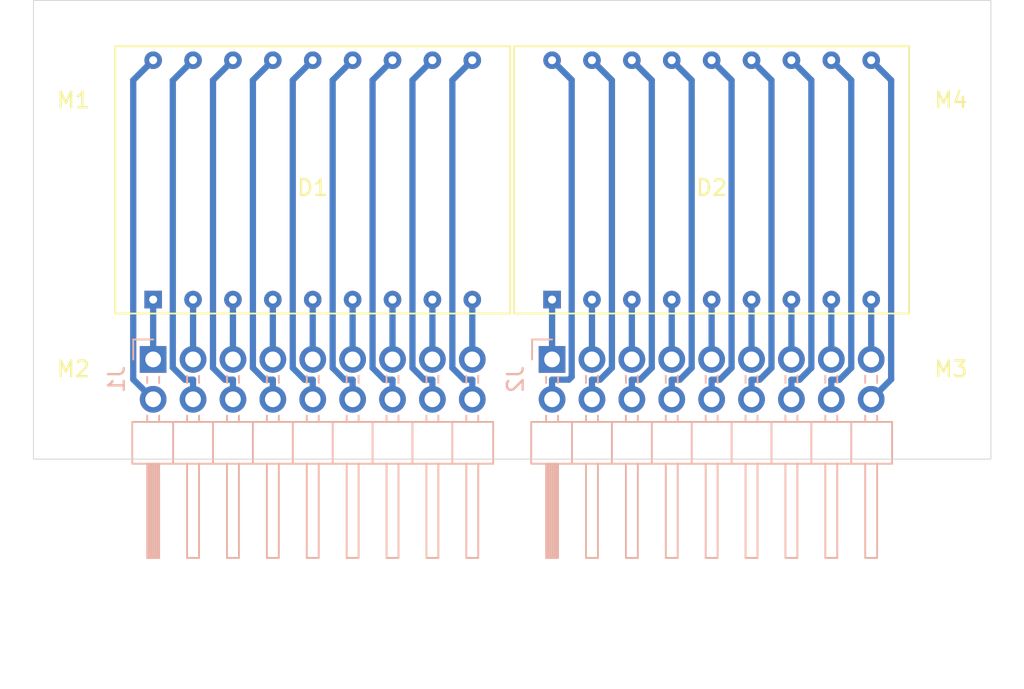
<source format=kicad_pcb>
(kicad_pcb (version 20171130) (host pcbnew 5.1.6-c6e7f7d~86~ubuntu18.04.1)

  (general
    (thickness 1.6)
    (drawings 5)
    (tracks 104)
    (zones 0)
    (modules 8)
    (nets 41)
  )

  (page A4)
  (title_block
    (title "Moduł wyświetlacza LED 4 cyfry PCB")
    (date 2020-05-26)
    (rev 1.0)
    (company "MSc. Paweł Sobótka")
    (comment 1 "CC-BY-SA 4.0")
    (comment 2 "by SQ7EQE")
  )

  (layers
    (0 F.Cu signal)
    (31 B.Cu signal)
    (32 B.Adhes user)
    (33 F.Adhes user)
    (34 B.Paste user)
    (35 F.Paste user)
    (36 B.SilkS user)
    (37 F.SilkS user)
    (38 B.Mask user)
    (39 F.Mask user)
    (40 Dwgs.User user)
    (41 Cmts.User user)
    (42 Eco1.User user)
    (43 Eco2.User user)
    (44 Edge.Cuts user)
    (45 Margin user)
    (46 B.CrtYd user)
    (47 F.CrtYd user)
    (48 B.Fab user)
    (49 F.Fab user)
  )

  (setup
    (last_trace_width 0.4)
    (trace_clearance 0.2)
    (zone_clearance 0.508)
    (zone_45_only no)
    (trace_min 0.2)
    (via_size 0.8)
    (via_drill 0.4)
    (via_min_size 0.4)
    (via_min_drill 0.3)
    (uvia_size 0.3)
    (uvia_drill 0.1)
    (uvias_allowed no)
    (uvia_min_size 0.2)
    (uvia_min_drill 0.1)
    (edge_width 0.05)
    (segment_width 0.2)
    (pcb_text_width 0.3)
    (pcb_text_size 1.5 1.5)
    (mod_edge_width 0.12)
    (mod_text_size 1 1)
    (mod_text_width 0.15)
    (pad_size 1.524 1.524)
    (pad_drill 0.762)
    (pad_to_mask_clearance 0.05)
    (aux_axis_origin 73.66 86.36)
    (grid_origin 73.66 86.36)
    (visible_elements FFFFFF7F)
    (pcbplotparams
      (layerselection 0x090e0_ffffffff)
      (usegerberextensions false)
      (usegerberattributes true)
      (usegerberadvancedattributes true)
      (creategerberjobfile true)
      (excludeedgelayer true)
      (linewidth 0.150000)
      (plotframeref false)
      (viasonmask false)
      (mode 1)
      (useauxorigin true)
      (hpglpennumber 1)
      (hpglpenspeed 20)
      (hpglpendiameter 15.000000)
      (psnegative false)
      (psa4output false)
      (plotreference true)
      (plotvalue true)
      (plotinvisibletext false)
      (padsonsilk false)
      (subtractmaskfromsilk true)
      (outputformat 1)
      (mirror false)
      (drillshape 0)
      (scaleselection 1)
      (outputdirectory "gerbv/"))
  )

  (net 0 "")
  (net 1 /e1-1)
  (net 2 /d1-1)
  (net 3 /c1-1)
  (net 4 /dp1-1)
  (net 5 /e2-1)
  (net 6 /d2-1)
  (net 7 /g2-1)
  (net 8 /c2-1)
  (net 9 /dp2-1)
  (net 10 /f1-1)
  (net 11 /g1-1)
  (net 12 /a1-1)
  (net 13 /b1-1)
  (net 14 /cc2-1)
  (net 15 /cc1-1)
  (net 16 /f2-1)
  (net 17 /a2-1)
  (net 18 /b2-1)
  (net 19 /b2-2)
  (net 20 /a2-2)
  (net 21 /f2-2)
  (net 22 /cc1-2)
  (net 23 /cc2-2)
  (net 24 /b1-2)
  (net 25 /a1-2)
  (net 26 /g1-2)
  (net 27 /f1-2)
  (net 28 /dp2-2)
  (net 29 /c2-2)
  (net 30 /g2-2)
  (net 31 /d2-2)
  (net 32 /e2-2)
  (net 33 /dp1-2)
  (net 34 /c1-2)
  (net 35 /d1-2)
  (net 36 /e1-2)
  (net 37 "Net-(M1-Pad1)")
  (net 38 "Net-(M2-Pad1)")
  (net 39 "Net-(M3-Pad1)")
  (net 40 "Net-(M4-Pad1)")

  (net_class Default "This is the default net class."
    (clearance 0.2)
    (trace_width 0.4)
    (via_dia 0.8)
    (via_drill 0.4)
    (uvia_dia 0.3)
    (uvia_drill 0.1)
    (add_net /a1-1)
    (add_net /a1-2)
    (add_net /a2-1)
    (add_net /a2-2)
    (add_net /b1-1)
    (add_net /b1-2)
    (add_net /b2-1)
    (add_net /b2-2)
    (add_net /c1-1)
    (add_net /c1-2)
    (add_net /c2-1)
    (add_net /c2-2)
    (add_net /cc1-1)
    (add_net /cc1-2)
    (add_net /cc2-1)
    (add_net /cc2-2)
    (add_net /d1-1)
    (add_net /d1-2)
    (add_net /d2-1)
    (add_net /d2-2)
    (add_net /dp1-1)
    (add_net /dp1-2)
    (add_net /dp2-1)
    (add_net /dp2-2)
    (add_net /e1-1)
    (add_net /e1-2)
    (add_net /e2-1)
    (add_net /e2-2)
    (add_net /f1-1)
    (add_net /f1-2)
    (add_net /f2-1)
    (add_net /f2-2)
    (add_net /g1-1)
    (add_net /g1-2)
    (add_net /g2-1)
    (add_net /g2-2)
    (add_net "Net-(M1-Pad1)")
    (add_net "Net-(M2-Pad1)")
    (add_net "Net-(M3-Pad1)")
    (add_net "Net-(M4-Pad1)")
  )

  (module led_display:package_led_display_0.56in_dual (layer F.Cu) (tedit 5EFB40D9) (tstamp 5EFBA171)
    (at 116.84 68.58)
    (path /5EFB75C2)
    (fp_text reference D2 (at 0 0.5) (layer F.SilkS)
      (effects (font (size 1 1) (thickness 0.15)))
    )
    (fp_text value HDSP-5623-CA (at 0 -0.5) (layer F.Fab)
      (effects (font (size 1 1) (thickness 0.15)))
    )
    (fp_line (start -12.573 -8.51) (end -12.573 8.51) (layer F.SilkS) (width 0.12))
    (fp_line (start -12.573 8.51) (end 12.573 8.51) (layer F.SilkS) (width 0.12))
    (fp_line (start 12.573 -8.51) (end 12.573 8.51) (layer F.SilkS) (width 0.12))
    (fp_line (start -12.573 -8.51) (end 12.573 -8.51) (layer F.SilkS) (width 0.12))
    (fp_line (start 12.573 -8.51) (end 12.573 8.51) (layer F.CrtYd) (width 0.12))
    (fp_line (start -12.573 -8.51) (end -12.573 8.51) (layer F.CrtYd) (width 0.12))
    (fp_line (start -12.573 8.51) (end 12.573 8.51) (layer F.CrtYd) (width 0.12))
    (fp_line (start -12.573 -8.51) (end 12.573 -8.51) (layer F.CrtYd) (width 0.12))
    (fp_text user LED (at 0 3.556) (layer F.Fab)
      (effects (font (size 1 1) (thickness 0.15)))
    )
    (fp_text user "7 segment dual display" (at 0 -4.064) (layer F.Fab)
      (effects (font (size 1 1) (thickness 0.15)))
    )
    (pad 10 thru_hole circle (at 10.16 -7.62) (size 1.1176 1.1176) (drill 0.508) (layers *.Cu *.Mask)
      (net 19 /b2-2))
    (pad 11 thru_hole circle (at 7.62 -7.62) (size 1.1176 1.1176) (drill 0.508) (layers *.Cu *.Mask)
      (net 20 /a2-2))
    (pad 12 thru_hole circle (at 5.08 -7.62) (size 1.1176 1.1176) (drill 0.508) (layers *.Cu *.Mask)
      (net 21 /f2-2))
    (pad 13 thru_hole circle (at 2.54 -7.62) (size 1.1176 1.1176) (drill 0.508) (layers *.Cu *.Mask)
      (net 22 /cc1-2))
    (pad 14 thru_hole circle (at 0 -7.62) (size 1.1176 1.1176) (drill 0.508) (layers *.Cu *.Mask)
      (net 23 /cc2-2))
    (pad 15 thru_hole circle (at -2.54 -7.62) (size 1.1176 1.1176) (drill 0.508) (layers *.Cu *.Mask)
      (net 24 /b1-2))
    (pad 16 thru_hole circle (at -5.08 -7.62) (size 1.1176 1.1176) (drill 0.508) (layers *.Cu *.Mask)
      (net 25 /a1-2))
    (pad 17 thru_hole circle (at -7.62 -7.62) (size 1.1176 1.1176) (drill 0.508) (layers *.Cu *.Mask)
      (net 26 /g1-2))
    (pad 18 thru_hole circle (at -10.16 -7.62) (size 1.1176 1.1176) (drill 0.508) (layers *.Cu *.Mask)
      (net 27 /f1-2))
    (pad 9 thru_hole circle (at 10.16 7.62) (size 1.1176 1.1176) (drill 0.508) (layers *.Cu *.Mask)
      (net 28 /dp2-2))
    (pad 8 thru_hole circle (at 7.62 7.62) (size 1.1176 1.1176) (drill 0.508) (layers *.Cu *.Mask)
      (net 29 /c2-2))
    (pad 7 thru_hole circle (at 5.08 7.62) (size 1.1176 1.1176) (drill 0.508) (layers *.Cu *.Mask)
      (net 30 /g2-2))
    (pad 6 thru_hole circle (at 2.54 7.62) (size 1.1176 1.1176) (drill 0.508) (layers *.Cu *.Mask)
      (net 31 /d2-2))
    (pad 5 thru_hole circle (at 0 7.62) (size 1.1176 1.1176) (drill 0.508) (layers *.Cu *.Mask)
      (net 32 /e2-2))
    (pad 4 thru_hole circle (at -2.54 7.62) (size 1.1176 1.1176) (drill 0.508) (layers *.Cu *.Mask)
      (net 33 /dp1-2))
    (pad 3 thru_hole circle (at -5.08 7.62) (size 1.1176 1.1176) (drill 0.508) (layers *.Cu *.Mask)
      (net 34 /c1-2))
    (pad 2 thru_hole circle (at -7.62 7.62) (size 1.1176 1.1176) (drill 0.508) (layers *.Cu *.Mask)
      (net 35 /d1-2))
    (pad 1 thru_hole rect (at -10.16 7.62) (size 1.1176 1.1176) (drill 0.508) (layers *.Cu *.Mask)
      (net 36 /e1-2))
    (model /home/sq7eqe/Dokumenty/Kicad/packages3d/package_led_display_0.56in_dual.step
      (at (xyz 0 0 0))
      (scale (xyz 1 1 1))
      (rotate (xyz 0 0 0))
    )
  )

  (module led_display:package_led_display_0.56in_dual (layer F.Cu) (tedit 5EFB40D9) (tstamp 5EFBA151)
    (at 91.44 68.58)
    (path /5EFB6DA8)
    (fp_text reference D1 (at 0 0.5) (layer F.SilkS)
      (effects (font (size 1 1) (thickness 0.15)))
    )
    (fp_text value HDSP-5623-CA (at 0 -0.5) (layer F.Fab)
      (effects (font (size 1 1) (thickness 0.15)))
    )
    (fp_line (start -12.573 -8.51) (end -12.573 8.51) (layer F.SilkS) (width 0.12))
    (fp_line (start -12.573 8.51) (end 12.573 8.51) (layer F.SilkS) (width 0.12))
    (fp_line (start 12.573 -8.51) (end 12.573 8.51) (layer F.SilkS) (width 0.12))
    (fp_line (start -12.573 -8.51) (end 12.573 -8.51) (layer F.SilkS) (width 0.12))
    (fp_line (start 12.573 -8.51) (end 12.573 8.51) (layer F.CrtYd) (width 0.12))
    (fp_line (start -12.573 -8.51) (end -12.573 8.51) (layer F.CrtYd) (width 0.12))
    (fp_line (start -12.573 8.51) (end 12.573 8.51) (layer F.CrtYd) (width 0.12))
    (fp_line (start -12.573 -8.51) (end 12.573 -8.51) (layer F.CrtYd) (width 0.12))
    (fp_text user LED (at 0 3.556) (layer F.Fab)
      (effects (font (size 1 1) (thickness 0.15)))
    )
    (fp_text user "7 segment dual display" (at 0 -4.064) (layer F.Fab)
      (effects (font (size 1 1) (thickness 0.15)))
    )
    (pad 10 thru_hole circle (at 10.16 -7.62) (size 1.1176 1.1176) (drill 0.508) (layers *.Cu *.Mask)
      (net 18 /b2-1))
    (pad 11 thru_hole circle (at 7.62 -7.62) (size 1.1176 1.1176) (drill 0.508) (layers *.Cu *.Mask)
      (net 17 /a2-1))
    (pad 12 thru_hole circle (at 5.08 -7.62) (size 1.1176 1.1176) (drill 0.508) (layers *.Cu *.Mask)
      (net 16 /f2-1))
    (pad 13 thru_hole circle (at 2.54 -7.62) (size 1.1176 1.1176) (drill 0.508) (layers *.Cu *.Mask)
      (net 15 /cc1-1))
    (pad 14 thru_hole circle (at 0 -7.62) (size 1.1176 1.1176) (drill 0.508) (layers *.Cu *.Mask)
      (net 14 /cc2-1))
    (pad 15 thru_hole circle (at -2.54 -7.62) (size 1.1176 1.1176) (drill 0.508) (layers *.Cu *.Mask)
      (net 13 /b1-1))
    (pad 16 thru_hole circle (at -5.08 -7.62) (size 1.1176 1.1176) (drill 0.508) (layers *.Cu *.Mask)
      (net 12 /a1-1))
    (pad 17 thru_hole circle (at -7.62 -7.62) (size 1.1176 1.1176) (drill 0.508) (layers *.Cu *.Mask)
      (net 11 /g1-1))
    (pad 18 thru_hole circle (at -10.16 -7.62) (size 1.1176 1.1176) (drill 0.508) (layers *.Cu *.Mask)
      (net 10 /f1-1))
    (pad 9 thru_hole circle (at 10.16 7.62) (size 1.1176 1.1176) (drill 0.508) (layers *.Cu *.Mask)
      (net 9 /dp2-1))
    (pad 8 thru_hole circle (at 7.62 7.62) (size 1.1176 1.1176) (drill 0.508) (layers *.Cu *.Mask)
      (net 8 /c2-1))
    (pad 7 thru_hole circle (at 5.08 7.62) (size 1.1176 1.1176) (drill 0.508) (layers *.Cu *.Mask)
      (net 7 /g2-1))
    (pad 6 thru_hole circle (at 2.54 7.62) (size 1.1176 1.1176) (drill 0.508) (layers *.Cu *.Mask)
      (net 6 /d2-1))
    (pad 5 thru_hole circle (at 0 7.62) (size 1.1176 1.1176) (drill 0.508) (layers *.Cu *.Mask)
      (net 5 /e2-1))
    (pad 4 thru_hole circle (at -2.54 7.62) (size 1.1176 1.1176) (drill 0.508) (layers *.Cu *.Mask)
      (net 4 /dp1-1))
    (pad 3 thru_hole circle (at -5.08 7.62) (size 1.1176 1.1176) (drill 0.508) (layers *.Cu *.Mask)
      (net 3 /c1-1))
    (pad 2 thru_hole circle (at -7.62 7.62) (size 1.1176 1.1176) (drill 0.508) (layers *.Cu *.Mask)
      (net 2 /d1-1))
    (pad 1 thru_hole rect (at -10.16 7.62) (size 1.1176 1.1176) (drill 0.508) (layers *.Cu *.Mask)
      (net 1 /e1-1))
    (model /home/sq7eqe/Dokumenty/Kicad/packages3d/package_led_display_0.56in_dual.step
      (at (xyz 0 0 0))
      (scale (xyz 1 1 1))
      (rotate (xyz 0 0 0))
    )
  )

  (module MountingHole:MountingHole_2.2mm_M2 (layer F.Cu) (tedit 56D1B4CB) (tstamp 5ECD59C8)
    (at 132.08 59.69)
    (descr "Mounting Hole 2.2mm, no annular, M2")
    (tags "mounting hole 2.2mm no annular m2")
    (path /5ECD82F7)
    (attr virtual)
    (fp_text reference M4 (at 0 3.81) (layer F.SilkS)
      (effects (font (size 1 1) (thickness 0.15)))
    )
    (fp_text value Conn_01x01 (at 0 3.2) (layer F.Fab)
      (effects (font (size 1 1) (thickness 0.15)))
    )
    (fp_circle (center 0 0) (end 2.2 0) (layer Cmts.User) (width 0.15))
    (fp_circle (center 0 0) (end 2.45 0) (layer F.CrtYd) (width 0.05))
    (fp_text user %R (at 0.3 0) (layer F.Fab)
      (effects (font (size 1 1) (thickness 0.15)))
    )
    (pad 1 np_thru_hole circle (at 0 0) (size 2.2 2.2) (drill 2.2) (layers *.Cu *.Mask)
      (net 40 "Net-(M4-Pad1)"))
  )

  (module MountingHole:MountingHole_2.2mm_M2 (layer F.Cu) (tedit 56D1B4CB) (tstamp 5ECD59C0)
    (at 132.08 83.82)
    (descr "Mounting Hole 2.2mm, no annular, M2")
    (tags "mounting hole 2.2mm no annular m2")
    (path /5ECD861E)
    (attr virtual)
    (fp_text reference M3 (at 0 -3.2) (layer F.SilkS)
      (effects (font (size 1 1) (thickness 0.15)))
    )
    (fp_text value Conn_01x01 (at 0 3.2) (layer F.Fab)
      (effects (font (size 1 1) (thickness 0.15)))
    )
    (fp_circle (center 0 0) (end 2.2 0) (layer Cmts.User) (width 0.15))
    (fp_circle (center 0 0) (end 2.45 0) (layer F.CrtYd) (width 0.05))
    (fp_text user %R (at 0.3 0) (layer F.Fab)
      (effects (font (size 1 1) (thickness 0.15)))
    )
    (pad 1 np_thru_hole circle (at 0 0) (size 2.2 2.2) (drill 2.2) (layers *.Cu *.Mask)
      (net 39 "Net-(M3-Pad1)"))
  )

  (module MountingHole:MountingHole_2.2mm_M2 (layer F.Cu) (tedit 56D1B4CB) (tstamp 5ECD5A18)
    (at 76.2 83.82)
    (descr "Mounting Hole 2.2mm, no annular, M2")
    (tags "mounting hole 2.2mm no annular m2")
    (path /5ECD7FC2)
    (attr virtual)
    (fp_text reference M2 (at 0 -3.2) (layer F.SilkS)
      (effects (font (size 1 1) (thickness 0.15)))
    )
    (fp_text value Conn_01x01 (at 0 3.2) (layer F.Fab)
      (effects (font (size 1 1) (thickness 0.15)))
    )
    (fp_circle (center 0 0) (end 2.2 0) (layer Cmts.User) (width 0.15))
    (fp_circle (center 0 0) (end 2.45 0) (layer F.CrtYd) (width 0.05))
    (fp_text user %R (at 0.3 0) (layer F.Fab)
      (effects (font (size 1 1) (thickness 0.15)))
    )
    (pad 1 np_thru_hole circle (at 0 0) (size 2.2 2.2) (drill 2.2) (layers *.Cu *.Mask)
      (net 38 "Net-(M2-Pad1)"))
  )

  (module MountingHole:MountingHole_2.2mm_M2 (layer F.Cu) (tedit 56D1B4CB) (tstamp 5ECD59B0)
    (at 76.2 59.69)
    (descr "Mounting Hole 2.2mm, no annular, M2")
    (tags "mounting hole 2.2mm no annular m2")
    (path /5ECD7476)
    (attr virtual)
    (fp_text reference M1 (at 0 3.81) (layer F.SilkS)
      (effects (font (size 1 1) (thickness 0.15)))
    )
    (fp_text value Conn_01x01 (at 0 3.2) (layer F.Fab)
      (effects (font (size 1 1) (thickness 0.15)))
    )
    (fp_circle (center 0 0) (end 2.2 0) (layer Cmts.User) (width 0.15))
    (fp_circle (center 0 0) (end 2.45 0) (layer F.CrtYd) (width 0.05))
    (fp_text user %R (at 0.3 0) (layer F.Fab)
      (effects (font (size 1 1) (thickness 0.15)))
    )
    (pad 1 np_thru_hole circle (at 0 0) (size 2.2 2.2) (drill 2.2) (layers *.Cu *.Mask)
      (net 37 "Net-(M1-Pad1)"))
  )

  (module LED-display_x4:PinHeader_2x09_P2.54mm_Horizontal (layer B.Cu) (tedit 5ECCE0B4) (tstamp 5ECD37CC)
    (at 106.68 80.01 270)
    (descr "Through hole angled pin header, 2x09, 2.54mm pitch, 6mm pin length, double rows")
    (tags "Through hole angled pin header THT 2x09 2.54mm double row")
    (path /5ECEDC85)
    (fp_text reference J2 (at 1.27 2.33 90) (layer B.SilkS)
      (effects (font (size 1 1) (thickness 0.15)) (justify mirror))
    )
    (fp_text value Conn_DP1 (at 1.27 -22.65 90) (layer B.Fab)
      (effects (font (size 1 1) (thickness 0.15)) (justify mirror))
    )
    (fp_line (start 13.1 1.8) (end -1.8 1.8) (layer B.CrtYd) (width 0.05))
    (fp_line (start 13.1 -22.1) (end 13.1 1.8) (layer B.CrtYd) (width 0.05))
    (fp_line (start -1.8 -22.1) (end 13.1 -22.1) (layer B.CrtYd) (width 0.05))
    (fp_line (start -1.8 1.8) (end -1.8 -22.1) (layer B.CrtYd) (width 0.05))
    (fp_line (start -1.27 1.27) (end 0 1.27) (layer B.SilkS) (width 0.12))
    (fp_line (start -1.27 0) (end -1.27 1.27) (layer B.SilkS) (width 0.12))
    (fp_line (start 1.042929 -20.7) (end 1.497071 -20.7) (layer B.SilkS) (width 0.12))
    (fp_line (start 1.042929 -19.94) (end 1.497071 -19.94) (layer B.SilkS) (width 0.12))
    (fp_line (start 3.582929 -20.7) (end 3.98 -20.7) (layer B.SilkS) (width 0.12))
    (fp_line (start 3.582929 -19.94) (end 3.98 -19.94) (layer B.SilkS) (width 0.12))
    (fp_line (start 12.64 -20.7) (end 6.64 -20.7) (layer B.SilkS) (width 0.12))
    (fp_line (start 12.64 -19.94) (end 12.64 -20.7) (layer B.SilkS) (width 0.12))
    (fp_line (start 6.64 -19.94) (end 12.64 -19.94) (layer B.SilkS) (width 0.12))
    (fp_line (start 3.98 -19.05) (end 6.64 -19.05) (layer B.SilkS) (width 0.12))
    (fp_line (start 1.042929 -18.16) (end 1.497071 -18.16) (layer B.SilkS) (width 0.12))
    (fp_line (start 1.042929 -17.4) (end 1.497071 -17.4) (layer B.SilkS) (width 0.12))
    (fp_line (start 3.582929 -18.16) (end 3.98 -18.16) (layer B.SilkS) (width 0.12))
    (fp_line (start 3.582929 -17.4) (end 3.98 -17.4) (layer B.SilkS) (width 0.12))
    (fp_line (start 12.64 -18.16) (end 6.64 -18.16) (layer B.SilkS) (width 0.12))
    (fp_line (start 12.64 -17.4) (end 12.64 -18.16) (layer B.SilkS) (width 0.12))
    (fp_line (start 6.64 -17.4) (end 12.64 -17.4) (layer B.SilkS) (width 0.12))
    (fp_line (start 3.98 -16.51) (end 6.64 -16.51) (layer B.SilkS) (width 0.12))
    (fp_line (start 1.042929 -15.62) (end 1.497071 -15.62) (layer B.SilkS) (width 0.12))
    (fp_line (start 1.042929 -14.86) (end 1.497071 -14.86) (layer B.SilkS) (width 0.12))
    (fp_line (start 3.582929 -15.62) (end 3.98 -15.62) (layer B.SilkS) (width 0.12))
    (fp_line (start 3.582929 -14.86) (end 3.98 -14.86) (layer B.SilkS) (width 0.12))
    (fp_line (start 12.64 -15.62) (end 6.64 -15.62) (layer B.SilkS) (width 0.12))
    (fp_line (start 12.64 -14.86) (end 12.64 -15.62) (layer B.SilkS) (width 0.12))
    (fp_line (start 6.64 -14.86) (end 12.64 -14.86) (layer B.SilkS) (width 0.12))
    (fp_line (start 3.98 -13.97) (end 6.64 -13.97) (layer B.SilkS) (width 0.12))
    (fp_line (start 1.042929 -13.08) (end 1.497071 -13.08) (layer B.SilkS) (width 0.12))
    (fp_line (start 1.042929 -12.32) (end 1.497071 -12.32) (layer B.SilkS) (width 0.12))
    (fp_line (start 3.582929 -13.08) (end 3.98 -13.08) (layer B.SilkS) (width 0.12))
    (fp_line (start 3.582929 -12.32) (end 3.98 -12.32) (layer B.SilkS) (width 0.12))
    (fp_line (start 12.64 -13.08) (end 6.64 -13.08) (layer B.SilkS) (width 0.12))
    (fp_line (start 12.64 -12.32) (end 12.64 -13.08) (layer B.SilkS) (width 0.12))
    (fp_line (start 6.64 -12.32) (end 12.64 -12.32) (layer B.SilkS) (width 0.12))
    (fp_line (start 3.98 -11.43) (end 6.64 -11.43) (layer B.SilkS) (width 0.12))
    (fp_line (start 1.042929 -10.54) (end 1.497071 -10.54) (layer B.SilkS) (width 0.12))
    (fp_line (start 1.042929 -9.78) (end 1.497071 -9.78) (layer B.SilkS) (width 0.12))
    (fp_line (start 3.582929 -10.54) (end 3.98 -10.54) (layer B.SilkS) (width 0.12))
    (fp_line (start 3.582929 -9.78) (end 3.98 -9.78) (layer B.SilkS) (width 0.12))
    (fp_line (start 12.64 -10.54) (end 6.64 -10.54) (layer B.SilkS) (width 0.12))
    (fp_line (start 12.64 -9.78) (end 12.64 -10.54) (layer B.SilkS) (width 0.12))
    (fp_line (start 6.64 -9.78) (end 12.64 -9.78) (layer B.SilkS) (width 0.12))
    (fp_line (start 3.98 -8.89) (end 6.64 -8.89) (layer B.SilkS) (width 0.12))
    (fp_line (start 1.042929 -8) (end 1.497071 -8) (layer B.SilkS) (width 0.12))
    (fp_line (start 1.042929 -7.24) (end 1.497071 -7.24) (layer B.SilkS) (width 0.12))
    (fp_line (start 3.582929 -8) (end 3.98 -8) (layer B.SilkS) (width 0.12))
    (fp_line (start 3.582929 -7.24) (end 3.98 -7.24) (layer B.SilkS) (width 0.12))
    (fp_line (start 12.64 -8) (end 6.64 -8) (layer B.SilkS) (width 0.12))
    (fp_line (start 12.64 -7.24) (end 12.64 -8) (layer B.SilkS) (width 0.12))
    (fp_line (start 6.64 -7.24) (end 12.64 -7.24) (layer B.SilkS) (width 0.12))
    (fp_line (start 3.98 -6.35) (end 6.64 -6.35) (layer B.SilkS) (width 0.12))
    (fp_line (start 1.042929 -5.46) (end 1.497071 -5.46) (layer B.SilkS) (width 0.12))
    (fp_line (start 1.042929 -4.7) (end 1.497071 -4.7) (layer B.SilkS) (width 0.12))
    (fp_line (start 3.582929 -5.46) (end 3.98 -5.46) (layer B.SilkS) (width 0.12))
    (fp_line (start 3.582929 -4.7) (end 3.98 -4.7) (layer B.SilkS) (width 0.12))
    (fp_line (start 12.64 -5.46) (end 6.64 -5.46) (layer B.SilkS) (width 0.12))
    (fp_line (start 12.64 -4.7) (end 12.64 -5.46) (layer B.SilkS) (width 0.12))
    (fp_line (start 6.64 -4.7) (end 12.64 -4.7) (layer B.SilkS) (width 0.12))
    (fp_line (start 3.98 -3.81) (end 6.64 -3.81) (layer B.SilkS) (width 0.12))
    (fp_line (start 1.042929 -2.92) (end 1.497071 -2.92) (layer B.SilkS) (width 0.12))
    (fp_line (start 1.042929 -2.16) (end 1.497071 -2.16) (layer B.SilkS) (width 0.12))
    (fp_line (start 3.582929 -2.92) (end 3.98 -2.92) (layer B.SilkS) (width 0.12))
    (fp_line (start 3.582929 -2.16) (end 3.98 -2.16) (layer B.SilkS) (width 0.12))
    (fp_line (start 12.64 -2.92) (end 6.64 -2.92) (layer B.SilkS) (width 0.12))
    (fp_line (start 12.64 -2.16) (end 12.64 -2.92) (layer B.SilkS) (width 0.12))
    (fp_line (start 6.64 -2.16) (end 12.64 -2.16) (layer B.SilkS) (width 0.12))
    (fp_line (start 3.98 -1.27) (end 6.64 -1.27) (layer B.SilkS) (width 0.12))
    (fp_line (start 1.11 -0.38) (end 1.497071 -0.38) (layer B.SilkS) (width 0.12))
    (fp_line (start 1.11 0.38) (end 1.497071 0.38) (layer B.SilkS) (width 0.12))
    (fp_line (start 3.582929 -0.38) (end 3.98 -0.38) (layer B.SilkS) (width 0.12))
    (fp_line (start 3.582929 0.38) (end 3.98 0.38) (layer B.SilkS) (width 0.12))
    (fp_line (start 6.64 -0.28) (end 12.64 -0.28) (layer B.SilkS) (width 0.12))
    (fp_line (start 6.64 -0.16) (end 12.64 -0.16) (layer B.SilkS) (width 0.12))
    (fp_line (start 6.64 -0.04) (end 12.64 -0.04) (layer B.SilkS) (width 0.12))
    (fp_line (start 6.64 0.08) (end 12.64 0.08) (layer B.SilkS) (width 0.12))
    (fp_line (start 6.64 0.2) (end 12.64 0.2) (layer B.SilkS) (width 0.12))
    (fp_line (start 6.64 0.32) (end 12.64 0.32) (layer B.SilkS) (width 0.12))
    (fp_line (start 12.64 -0.38) (end 6.64 -0.38) (layer B.SilkS) (width 0.12))
    (fp_line (start 12.64 0.38) (end 12.64 -0.38) (layer B.SilkS) (width 0.12))
    (fp_line (start 6.64 0.38) (end 12.64 0.38) (layer B.SilkS) (width 0.12))
    (fp_line (start 6.64 1.33) (end 3.98 1.33) (layer B.SilkS) (width 0.12))
    (fp_line (start 6.64 -21.65) (end 6.64 1.33) (layer B.SilkS) (width 0.12))
    (fp_line (start 3.98 -21.65) (end 6.64 -21.65) (layer B.SilkS) (width 0.12))
    (fp_line (start 3.98 1.33) (end 3.98 -21.65) (layer B.SilkS) (width 0.12))
    (fp_line (start 6.58 -20.64) (end 12.58 -20.64) (layer B.Fab) (width 0.1))
    (fp_line (start 12.58 -20) (end 12.58 -20.64) (layer B.Fab) (width 0.1))
    (fp_line (start 6.58 -20) (end 12.58 -20) (layer B.Fab) (width 0.1))
    (fp_line (start -0.32 -20.64) (end 4.04 -20.64) (layer B.Fab) (width 0.1))
    (fp_line (start -0.32 -20) (end -0.32 -20.64) (layer B.Fab) (width 0.1))
    (fp_line (start -0.32 -20) (end 4.04 -20) (layer B.Fab) (width 0.1))
    (fp_line (start 6.58 -18.1) (end 12.58 -18.1) (layer B.Fab) (width 0.1))
    (fp_line (start 12.58 -17.46) (end 12.58 -18.1) (layer B.Fab) (width 0.1))
    (fp_line (start 6.58 -17.46) (end 12.58 -17.46) (layer B.Fab) (width 0.1))
    (fp_line (start -0.32 -18.1) (end 4.04 -18.1) (layer B.Fab) (width 0.1))
    (fp_line (start -0.32 -17.46) (end -0.32 -18.1) (layer B.Fab) (width 0.1))
    (fp_line (start -0.32 -17.46) (end 4.04 -17.46) (layer B.Fab) (width 0.1))
    (fp_line (start 6.58 -15.56) (end 12.58 -15.56) (layer B.Fab) (width 0.1))
    (fp_line (start 12.58 -14.92) (end 12.58 -15.56) (layer B.Fab) (width 0.1))
    (fp_line (start 6.58 -14.92) (end 12.58 -14.92) (layer B.Fab) (width 0.1))
    (fp_line (start -0.32 -15.56) (end 4.04 -15.56) (layer B.Fab) (width 0.1))
    (fp_line (start -0.32 -14.92) (end -0.32 -15.56) (layer B.Fab) (width 0.1))
    (fp_line (start -0.32 -14.92) (end 4.04 -14.92) (layer B.Fab) (width 0.1))
    (fp_line (start 6.58 -13.02) (end 12.58 -13.02) (layer B.Fab) (width 0.1))
    (fp_line (start 12.58 -12.38) (end 12.58 -13.02) (layer B.Fab) (width 0.1))
    (fp_line (start 6.58 -12.38) (end 12.58 -12.38) (layer B.Fab) (width 0.1))
    (fp_line (start -0.32 -13.02) (end 4.04 -13.02) (layer B.Fab) (width 0.1))
    (fp_line (start -0.32 -12.38) (end -0.32 -13.02) (layer B.Fab) (width 0.1))
    (fp_line (start -0.32 -12.38) (end 4.04 -12.38) (layer B.Fab) (width 0.1))
    (fp_line (start 6.58 -10.48) (end 12.58 -10.48) (layer B.Fab) (width 0.1))
    (fp_line (start 12.58 -9.84) (end 12.58 -10.48) (layer B.Fab) (width 0.1))
    (fp_line (start 6.58 -9.84) (end 12.58 -9.84) (layer B.Fab) (width 0.1))
    (fp_line (start -0.32 -10.48) (end 4.04 -10.48) (layer B.Fab) (width 0.1))
    (fp_line (start -0.32 -9.84) (end -0.32 -10.48) (layer B.Fab) (width 0.1))
    (fp_line (start -0.32 -9.84) (end 4.04 -9.84) (layer B.Fab) (width 0.1))
    (fp_line (start 6.58 -7.94) (end 12.58 -7.94) (layer B.Fab) (width 0.1))
    (fp_line (start 12.58 -7.3) (end 12.58 -7.94) (layer B.Fab) (width 0.1))
    (fp_line (start 6.58 -7.3) (end 12.58 -7.3) (layer B.Fab) (width 0.1))
    (fp_line (start -0.32 -7.94) (end 4.04 -7.94) (layer B.Fab) (width 0.1))
    (fp_line (start -0.32 -7.3) (end -0.32 -7.94) (layer B.Fab) (width 0.1))
    (fp_line (start -0.32 -7.3) (end 4.04 -7.3) (layer B.Fab) (width 0.1))
    (fp_line (start 6.58 -5.4) (end 12.58 -5.4) (layer B.Fab) (width 0.1))
    (fp_line (start 12.58 -4.76) (end 12.58 -5.4) (layer B.Fab) (width 0.1))
    (fp_line (start 6.58 -4.76) (end 12.58 -4.76) (layer B.Fab) (width 0.1))
    (fp_line (start -0.32 -5.4) (end 4.04 -5.4) (layer B.Fab) (width 0.1))
    (fp_line (start -0.32 -4.76) (end -0.32 -5.4) (layer B.Fab) (width 0.1))
    (fp_line (start -0.32 -4.76) (end 4.04 -4.76) (layer B.Fab) (width 0.1))
    (fp_line (start 6.58 -2.86) (end 12.58 -2.86) (layer B.Fab) (width 0.1))
    (fp_line (start 12.58 -2.22) (end 12.58 -2.86) (layer B.Fab) (width 0.1))
    (fp_line (start 6.58 -2.22) (end 12.58 -2.22) (layer B.Fab) (width 0.1))
    (fp_line (start -0.32 -2.86) (end 4.04 -2.86) (layer B.Fab) (width 0.1))
    (fp_line (start -0.32 -2.22) (end -0.32 -2.86) (layer B.Fab) (width 0.1))
    (fp_line (start -0.32 -2.22) (end 4.04 -2.22) (layer B.Fab) (width 0.1))
    (fp_line (start 6.58 -0.32) (end 12.58 -0.32) (layer B.Fab) (width 0.1))
    (fp_line (start 12.58 0.32) (end 12.58 -0.32) (layer B.Fab) (width 0.1))
    (fp_line (start 6.58 0.32) (end 12.58 0.32) (layer B.Fab) (width 0.1))
    (fp_line (start -0.32 -0.32) (end 4.04 -0.32) (layer B.Fab) (width 0.1))
    (fp_line (start -0.32 0.32) (end -0.32 -0.32) (layer B.Fab) (width 0.1))
    (fp_line (start -0.32 0.32) (end 4.04 0.32) (layer B.Fab) (width 0.1))
    (fp_line (start 4.04 0.635) (end 4.675 1.27) (layer B.Fab) (width 0.1))
    (fp_line (start 4.04 -21.59) (end 4.04 0.635) (layer B.Fab) (width 0.1))
    (fp_line (start 6.58 -21.59) (end 4.04 -21.59) (layer B.Fab) (width 0.1))
    (fp_line (start 6.58 1.27) (end 6.58 -21.59) (layer B.Fab) (width 0.1))
    (fp_line (start 4.675 1.27) (end 6.58 1.27) (layer B.Fab) (width 0.1))
    (fp_text user %R (at 1.27 -10.16 180) (layer B.Fab)
      (effects (font (size 1 1) (thickness 0.15)) (justify mirror))
    )
    (pad 10 thru_hole oval (at 2.54 -20.32 270) (size 1.7 1.7) (drill 1) (layers *.Cu *.Mask)
      (net 19 /b2-2))
    (pad 9 thru_hole oval (at 0 -20.32 270) (size 1.7 1.7) (drill 1) (layers *.Cu *.Mask)
      (net 28 /dp2-2))
    (pad 11 thru_hole oval (at 2.54 -17.78 270) (size 1.7 1.7) (drill 1) (layers *.Cu *.Mask)
      (net 20 /a2-2))
    (pad 8 thru_hole oval (at 0 -17.78 270) (size 1.7 1.7) (drill 1) (layers *.Cu *.Mask)
      (net 29 /c2-2))
    (pad 12 thru_hole oval (at 2.54 -15.24 270) (size 1.7 1.7) (drill 1) (layers *.Cu *.Mask)
      (net 21 /f2-2))
    (pad 7 thru_hole oval (at 0 -15.24 270) (size 1.7 1.7) (drill 1) (layers *.Cu *.Mask)
      (net 30 /g2-2))
    (pad 13 thru_hole oval (at 2.54 -12.7 270) (size 1.7 1.7) (drill 1) (layers *.Cu *.Mask)
      (net 22 /cc1-2))
    (pad 6 thru_hole oval (at 0 -12.7 270) (size 1.7 1.7) (drill 1) (layers *.Cu *.Mask)
      (net 31 /d2-2))
    (pad 14 thru_hole oval (at 2.54 -10.16 270) (size 1.7 1.7) (drill 1) (layers *.Cu *.Mask)
      (net 23 /cc2-2))
    (pad 5 thru_hole oval (at 0 -10.16 270) (size 1.7 1.7) (drill 1) (layers *.Cu *.Mask)
      (net 32 /e2-2))
    (pad 15 thru_hole oval (at 2.54 -7.62 270) (size 1.7 1.7) (drill 1) (layers *.Cu *.Mask)
      (net 24 /b1-2))
    (pad 4 thru_hole oval (at 0 -7.62 270) (size 1.7 1.7) (drill 1) (layers *.Cu *.Mask)
      (net 33 /dp1-2))
    (pad 16 thru_hole oval (at 2.54 -5.08 270) (size 1.7 1.7) (drill 1) (layers *.Cu *.Mask)
      (net 25 /a1-2))
    (pad 3 thru_hole oval (at 0 -5.08 270) (size 1.7 1.7) (drill 1) (layers *.Cu *.Mask)
      (net 34 /c1-2))
    (pad 17 thru_hole oval (at 2.54 -2.54 270) (size 1.7 1.7) (drill 1) (layers *.Cu *.Mask)
      (net 26 /g1-2))
    (pad 2 thru_hole oval (at 0 -2.54 270) (size 1.7 1.7) (drill 1) (layers *.Cu *.Mask)
      (net 35 /d1-2))
    (pad 18 thru_hole oval (at 2.54 0 270) (size 1.7 1.7) (drill 1) (layers *.Cu *.Mask)
      (net 27 /f1-2))
    (pad 1 thru_hole rect (at 0 0 270) (size 1.7 1.7) (drill 1) (layers *.Cu *.Mask)
      (net 36 /e1-2))
    (model ${KISYS3DMOD}/Connector_PinHeader_2.54mm.3dshapes/PinHeader_2x09_P2.54mm_Horizontal.wrl
      (at (xyz 0 0 0))
      (scale (xyz 1 1 1))
      (rotate (xyz 0 0 0))
    )
  )

  (module LED-display_x4:PinHeader_2x09_P2.54mm_Horizontal (layer B.Cu) (tedit 5ECCE0B4) (tstamp 5ECD3723)
    (at 81.28 80.01 270)
    (descr "Through hole angled pin header, 2x09, 2.54mm pitch, 6mm pin length, double rows")
    (tags "Through hole angled pin header THT 2x09 2.54mm double row")
    (path /5ECCED08)
    (fp_text reference J1 (at 1.27 2.33 90) (layer B.SilkS)
      (effects (font (size 1 1) (thickness 0.15)) (justify mirror))
    )
    (fp_text value Conn_DP1 (at 1.27 -22.65 90) (layer B.Fab)
      (effects (font (size 1 1) (thickness 0.15)) (justify mirror))
    )
    (fp_line (start 13.1 1.8) (end -1.8 1.8) (layer B.CrtYd) (width 0.05))
    (fp_line (start 13.1 -22.1) (end 13.1 1.8) (layer B.CrtYd) (width 0.05))
    (fp_line (start -1.8 -22.1) (end 13.1 -22.1) (layer B.CrtYd) (width 0.05))
    (fp_line (start -1.8 1.8) (end -1.8 -22.1) (layer B.CrtYd) (width 0.05))
    (fp_line (start -1.27 1.27) (end 0 1.27) (layer B.SilkS) (width 0.12))
    (fp_line (start -1.27 0) (end -1.27 1.27) (layer B.SilkS) (width 0.12))
    (fp_line (start 1.042929 -20.7) (end 1.497071 -20.7) (layer B.SilkS) (width 0.12))
    (fp_line (start 1.042929 -19.94) (end 1.497071 -19.94) (layer B.SilkS) (width 0.12))
    (fp_line (start 3.582929 -20.7) (end 3.98 -20.7) (layer B.SilkS) (width 0.12))
    (fp_line (start 3.582929 -19.94) (end 3.98 -19.94) (layer B.SilkS) (width 0.12))
    (fp_line (start 12.64 -20.7) (end 6.64 -20.7) (layer B.SilkS) (width 0.12))
    (fp_line (start 12.64 -19.94) (end 12.64 -20.7) (layer B.SilkS) (width 0.12))
    (fp_line (start 6.64 -19.94) (end 12.64 -19.94) (layer B.SilkS) (width 0.12))
    (fp_line (start 3.98 -19.05) (end 6.64 -19.05) (layer B.SilkS) (width 0.12))
    (fp_line (start 1.042929 -18.16) (end 1.497071 -18.16) (layer B.SilkS) (width 0.12))
    (fp_line (start 1.042929 -17.4) (end 1.497071 -17.4) (layer B.SilkS) (width 0.12))
    (fp_line (start 3.582929 -18.16) (end 3.98 -18.16) (layer B.SilkS) (width 0.12))
    (fp_line (start 3.582929 -17.4) (end 3.98 -17.4) (layer B.SilkS) (width 0.12))
    (fp_line (start 12.64 -18.16) (end 6.64 -18.16) (layer B.SilkS) (width 0.12))
    (fp_line (start 12.64 -17.4) (end 12.64 -18.16) (layer B.SilkS) (width 0.12))
    (fp_line (start 6.64 -17.4) (end 12.64 -17.4) (layer B.SilkS) (width 0.12))
    (fp_line (start 3.98 -16.51) (end 6.64 -16.51) (layer B.SilkS) (width 0.12))
    (fp_line (start 1.042929 -15.62) (end 1.497071 -15.62) (layer B.SilkS) (width 0.12))
    (fp_line (start 1.042929 -14.86) (end 1.497071 -14.86) (layer B.SilkS) (width 0.12))
    (fp_line (start 3.582929 -15.62) (end 3.98 -15.62) (layer B.SilkS) (width 0.12))
    (fp_line (start 3.582929 -14.86) (end 3.98 -14.86) (layer B.SilkS) (width 0.12))
    (fp_line (start 12.64 -15.62) (end 6.64 -15.62) (layer B.SilkS) (width 0.12))
    (fp_line (start 12.64 -14.86) (end 12.64 -15.62) (layer B.SilkS) (width 0.12))
    (fp_line (start 6.64 -14.86) (end 12.64 -14.86) (layer B.SilkS) (width 0.12))
    (fp_line (start 3.98 -13.97) (end 6.64 -13.97) (layer B.SilkS) (width 0.12))
    (fp_line (start 1.042929 -13.08) (end 1.497071 -13.08) (layer B.SilkS) (width 0.12))
    (fp_line (start 1.042929 -12.32) (end 1.497071 -12.32) (layer B.SilkS) (width 0.12))
    (fp_line (start 3.582929 -13.08) (end 3.98 -13.08) (layer B.SilkS) (width 0.12))
    (fp_line (start 3.582929 -12.32) (end 3.98 -12.32) (layer B.SilkS) (width 0.12))
    (fp_line (start 12.64 -13.08) (end 6.64 -13.08) (layer B.SilkS) (width 0.12))
    (fp_line (start 12.64 -12.32) (end 12.64 -13.08) (layer B.SilkS) (width 0.12))
    (fp_line (start 6.64 -12.32) (end 12.64 -12.32) (layer B.SilkS) (width 0.12))
    (fp_line (start 3.98 -11.43) (end 6.64 -11.43) (layer B.SilkS) (width 0.12))
    (fp_line (start 1.042929 -10.54) (end 1.497071 -10.54) (layer B.SilkS) (width 0.12))
    (fp_line (start 1.042929 -9.78) (end 1.497071 -9.78) (layer B.SilkS) (width 0.12))
    (fp_line (start 3.582929 -10.54) (end 3.98 -10.54) (layer B.SilkS) (width 0.12))
    (fp_line (start 3.582929 -9.78) (end 3.98 -9.78) (layer B.SilkS) (width 0.12))
    (fp_line (start 12.64 -10.54) (end 6.64 -10.54) (layer B.SilkS) (width 0.12))
    (fp_line (start 12.64 -9.78) (end 12.64 -10.54) (layer B.SilkS) (width 0.12))
    (fp_line (start 6.64 -9.78) (end 12.64 -9.78) (layer B.SilkS) (width 0.12))
    (fp_line (start 3.98 -8.89) (end 6.64 -8.89) (layer B.SilkS) (width 0.12))
    (fp_line (start 1.042929 -8) (end 1.497071 -8) (layer B.SilkS) (width 0.12))
    (fp_line (start 1.042929 -7.24) (end 1.497071 -7.24) (layer B.SilkS) (width 0.12))
    (fp_line (start 3.582929 -8) (end 3.98 -8) (layer B.SilkS) (width 0.12))
    (fp_line (start 3.582929 -7.24) (end 3.98 -7.24) (layer B.SilkS) (width 0.12))
    (fp_line (start 12.64 -8) (end 6.64 -8) (layer B.SilkS) (width 0.12))
    (fp_line (start 12.64 -7.24) (end 12.64 -8) (layer B.SilkS) (width 0.12))
    (fp_line (start 6.64 -7.24) (end 12.64 -7.24) (layer B.SilkS) (width 0.12))
    (fp_line (start 3.98 -6.35) (end 6.64 -6.35) (layer B.SilkS) (width 0.12))
    (fp_line (start 1.042929 -5.46) (end 1.497071 -5.46) (layer B.SilkS) (width 0.12))
    (fp_line (start 1.042929 -4.7) (end 1.497071 -4.7) (layer B.SilkS) (width 0.12))
    (fp_line (start 3.582929 -5.46) (end 3.98 -5.46) (layer B.SilkS) (width 0.12))
    (fp_line (start 3.582929 -4.7) (end 3.98 -4.7) (layer B.SilkS) (width 0.12))
    (fp_line (start 12.64 -5.46) (end 6.64 -5.46) (layer B.SilkS) (width 0.12))
    (fp_line (start 12.64 -4.7) (end 12.64 -5.46) (layer B.SilkS) (width 0.12))
    (fp_line (start 6.64 -4.7) (end 12.64 -4.7) (layer B.SilkS) (width 0.12))
    (fp_line (start 3.98 -3.81) (end 6.64 -3.81) (layer B.SilkS) (width 0.12))
    (fp_line (start 1.042929 -2.92) (end 1.497071 -2.92) (layer B.SilkS) (width 0.12))
    (fp_line (start 1.042929 -2.16) (end 1.497071 -2.16) (layer B.SilkS) (width 0.12))
    (fp_line (start 3.582929 -2.92) (end 3.98 -2.92) (layer B.SilkS) (width 0.12))
    (fp_line (start 3.582929 -2.16) (end 3.98 -2.16) (layer B.SilkS) (width 0.12))
    (fp_line (start 12.64 -2.92) (end 6.64 -2.92) (layer B.SilkS) (width 0.12))
    (fp_line (start 12.64 -2.16) (end 12.64 -2.92) (layer B.SilkS) (width 0.12))
    (fp_line (start 6.64 -2.16) (end 12.64 -2.16) (layer B.SilkS) (width 0.12))
    (fp_line (start 3.98 -1.27) (end 6.64 -1.27) (layer B.SilkS) (width 0.12))
    (fp_line (start 1.11 -0.38) (end 1.497071 -0.38) (layer B.SilkS) (width 0.12))
    (fp_line (start 1.11 0.38) (end 1.497071 0.38) (layer B.SilkS) (width 0.12))
    (fp_line (start 3.582929 -0.38) (end 3.98 -0.38) (layer B.SilkS) (width 0.12))
    (fp_line (start 3.582929 0.38) (end 3.98 0.38) (layer B.SilkS) (width 0.12))
    (fp_line (start 6.64 -0.28) (end 12.64 -0.28) (layer B.SilkS) (width 0.12))
    (fp_line (start 6.64 -0.16) (end 12.64 -0.16) (layer B.SilkS) (width 0.12))
    (fp_line (start 6.64 -0.04) (end 12.64 -0.04) (layer B.SilkS) (width 0.12))
    (fp_line (start 6.64 0.08) (end 12.64 0.08) (layer B.SilkS) (width 0.12))
    (fp_line (start 6.64 0.2) (end 12.64 0.2) (layer B.SilkS) (width 0.12))
    (fp_line (start 6.64 0.32) (end 12.64 0.32) (layer B.SilkS) (width 0.12))
    (fp_line (start 12.64 -0.38) (end 6.64 -0.38) (layer B.SilkS) (width 0.12))
    (fp_line (start 12.64 0.38) (end 12.64 -0.38) (layer B.SilkS) (width 0.12))
    (fp_line (start 6.64 0.38) (end 12.64 0.38) (layer B.SilkS) (width 0.12))
    (fp_line (start 6.64 1.33) (end 3.98 1.33) (layer B.SilkS) (width 0.12))
    (fp_line (start 6.64 -21.65) (end 6.64 1.33) (layer B.SilkS) (width 0.12))
    (fp_line (start 3.98 -21.65) (end 6.64 -21.65) (layer B.SilkS) (width 0.12))
    (fp_line (start 3.98 1.33) (end 3.98 -21.65) (layer B.SilkS) (width 0.12))
    (fp_line (start 6.58 -20.64) (end 12.58 -20.64) (layer B.Fab) (width 0.1))
    (fp_line (start 12.58 -20) (end 12.58 -20.64) (layer B.Fab) (width 0.1))
    (fp_line (start 6.58 -20) (end 12.58 -20) (layer B.Fab) (width 0.1))
    (fp_line (start -0.32 -20.64) (end 4.04 -20.64) (layer B.Fab) (width 0.1))
    (fp_line (start -0.32 -20) (end -0.32 -20.64) (layer B.Fab) (width 0.1))
    (fp_line (start -0.32 -20) (end 4.04 -20) (layer B.Fab) (width 0.1))
    (fp_line (start 6.58 -18.1) (end 12.58 -18.1) (layer B.Fab) (width 0.1))
    (fp_line (start 12.58 -17.46) (end 12.58 -18.1) (layer B.Fab) (width 0.1))
    (fp_line (start 6.58 -17.46) (end 12.58 -17.46) (layer B.Fab) (width 0.1))
    (fp_line (start -0.32 -18.1) (end 4.04 -18.1) (layer B.Fab) (width 0.1))
    (fp_line (start -0.32 -17.46) (end -0.32 -18.1) (layer B.Fab) (width 0.1))
    (fp_line (start -0.32 -17.46) (end 4.04 -17.46) (layer B.Fab) (width 0.1))
    (fp_line (start 6.58 -15.56) (end 12.58 -15.56) (layer B.Fab) (width 0.1))
    (fp_line (start 12.58 -14.92) (end 12.58 -15.56) (layer B.Fab) (width 0.1))
    (fp_line (start 6.58 -14.92) (end 12.58 -14.92) (layer B.Fab) (width 0.1))
    (fp_line (start -0.32 -15.56) (end 4.04 -15.56) (layer B.Fab) (width 0.1))
    (fp_line (start -0.32 -14.92) (end -0.32 -15.56) (layer B.Fab) (width 0.1))
    (fp_line (start -0.32 -14.92) (end 4.04 -14.92) (layer B.Fab) (width 0.1))
    (fp_line (start 6.58 -13.02) (end 12.58 -13.02) (layer B.Fab) (width 0.1))
    (fp_line (start 12.58 -12.38) (end 12.58 -13.02) (layer B.Fab) (width 0.1))
    (fp_line (start 6.58 -12.38) (end 12.58 -12.38) (layer B.Fab) (width 0.1))
    (fp_line (start -0.32 -13.02) (end 4.04 -13.02) (layer B.Fab) (width 0.1))
    (fp_line (start -0.32 -12.38) (end -0.32 -13.02) (layer B.Fab) (width 0.1))
    (fp_line (start -0.32 -12.38) (end 4.04 -12.38) (layer B.Fab) (width 0.1))
    (fp_line (start 6.58 -10.48) (end 12.58 -10.48) (layer B.Fab) (width 0.1))
    (fp_line (start 12.58 -9.84) (end 12.58 -10.48) (layer B.Fab) (width 0.1))
    (fp_line (start 6.58 -9.84) (end 12.58 -9.84) (layer B.Fab) (width 0.1))
    (fp_line (start -0.32 -10.48) (end 4.04 -10.48) (layer B.Fab) (width 0.1))
    (fp_line (start -0.32 -9.84) (end -0.32 -10.48) (layer B.Fab) (width 0.1))
    (fp_line (start -0.32 -9.84) (end 4.04 -9.84) (layer B.Fab) (width 0.1))
    (fp_line (start 6.58 -7.94) (end 12.58 -7.94) (layer B.Fab) (width 0.1))
    (fp_line (start 12.58 -7.3) (end 12.58 -7.94) (layer B.Fab) (width 0.1))
    (fp_line (start 6.58 -7.3) (end 12.58 -7.3) (layer B.Fab) (width 0.1))
    (fp_line (start -0.32 -7.94) (end 4.04 -7.94) (layer B.Fab) (width 0.1))
    (fp_line (start -0.32 -7.3) (end -0.32 -7.94) (layer B.Fab) (width 0.1))
    (fp_line (start -0.32 -7.3) (end 4.04 -7.3) (layer B.Fab) (width 0.1))
    (fp_line (start 6.58 -5.4) (end 12.58 -5.4) (layer B.Fab) (width 0.1))
    (fp_line (start 12.58 -4.76) (end 12.58 -5.4) (layer B.Fab) (width 0.1))
    (fp_line (start 6.58 -4.76) (end 12.58 -4.76) (layer B.Fab) (width 0.1))
    (fp_line (start -0.32 -5.4) (end 4.04 -5.4) (layer B.Fab) (width 0.1))
    (fp_line (start -0.32 -4.76) (end -0.32 -5.4) (layer B.Fab) (width 0.1))
    (fp_line (start -0.32 -4.76) (end 4.04 -4.76) (layer B.Fab) (width 0.1))
    (fp_line (start 6.58 -2.86) (end 12.58 -2.86) (layer B.Fab) (width 0.1))
    (fp_line (start 12.58 -2.22) (end 12.58 -2.86) (layer B.Fab) (width 0.1))
    (fp_line (start 6.58 -2.22) (end 12.58 -2.22) (layer B.Fab) (width 0.1))
    (fp_line (start -0.32 -2.86) (end 4.04 -2.86) (layer B.Fab) (width 0.1))
    (fp_line (start -0.32 -2.22) (end -0.32 -2.86) (layer B.Fab) (width 0.1))
    (fp_line (start -0.32 -2.22) (end 4.04 -2.22) (layer B.Fab) (width 0.1))
    (fp_line (start 6.58 -0.32) (end 12.58 -0.32) (layer B.Fab) (width 0.1))
    (fp_line (start 12.58 0.32) (end 12.58 -0.32) (layer B.Fab) (width 0.1))
    (fp_line (start 6.58 0.32) (end 12.58 0.32) (layer B.Fab) (width 0.1))
    (fp_line (start -0.32 -0.32) (end 4.04 -0.32) (layer B.Fab) (width 0.1))
    (fp_line (start -0.32 0.32) (end -0.32 -0.32) (layer B.Fab) (width 0.1))
    (fp_line (start -0.32 0.32) (end 4.04 0.32) (layer B.Fab) (width 0.1))
    (fp_line (start 4.04 0.635) (end 4.675 1.27) (layer B.Fab) (width 0.1))
    (fp_line (start 4.04 -21.59) (end 4.04 0.635) (layer B.Fab) (width 0.1))
    (fp_line (start 6.58 -21.59) (end 4.04 -21.59) (layer B.Fab) (width 0.1))
    (fp_line (start 6.58 1.27) (end 6.58 -21.59) (layer B.Fab) (width 0.1))
    (fp_line (start 4.675 1.27) (end 6.58 1.27) (layer B.Fab) (width 0.1))
    (fp_text user %R (at 1.27 -10.16 180) (layer B.Fab)
      (effects (font (size 1 1) (thickness 0.15)) (justify mirror))
    )
    (pad 10 thru_hole oval (at 2.54 -20.32 270) (size 1.7 1.7) (drill 1) (layers *.Cu *.Mask)
      (net 18 /b2-1))
    (pad 9 thru_hole oval (at 0 -20.32 270) (size 1.7 1.7) (drill 1) (layers *.Cu *.Mask)
      (net 9 /dp2-1))
    (pad 11 thru_hole oval (at 2.54 -17.78 270) (size 1.7 1.7) (drill 1) (layers *.Cu *.Mask)
      (net 17 /a2-1))
    (pad 8 thru_hole oval (at 0 -17.78 270) (size 1.7 1.7) (drill 1) (layers *.Cu *.Mask)
      (net 8 /c2-1))
    (pad 12 thru_hole oval (at 2.54 -15.24 270) (size 1.7 1.7) (drill 1) (layers *.Cu *.Mask)
      (net 16 /f2-1))
    (pad 7 thru_hole oval (at 0 -15.24 270) (size 1.7 1.7) (drill 1) (layers *.Cu *.Mask)
      (net 7 /g2-1))
    (pad 13 thru_hole oval (at 2.54 -12.7 270) (size 1.7 1.7) (drill 1) (layers *.Cu *.Mask)
      (net 15 /cc1-1))
    (pad 6 thru_hole oval (at 0 -12.7 270) (size 1.7 1.7) (drill 1) (layers *.Cu *.Mask)
      (net 6 /d2-1))
    (pad 14 thru_hole oval (at 2.54 -10.16 270) (size 1.7 1.7) (drill 1) (layers *.Cu *.Mask)
      (net 14 /cc2-1))
    (pad 5 thru_hole oval (at 0 -10.16 270) (size 1.7 1.7) (drill 1) (layers *.Cu *.Mask)
      (net 5 /e2-1))
    (pad 15 thru_hole oval (at 2.54 -7.62 270) (size 1.7 1.7) (drill 1) (layers *.Cu *.Mask)
      (net 13 /b1-1))
    (pad 4 thru_hole oval (at 0 -7.62 270) (size 1.7 1.7) (drill 1) (layers *.Cu *.Mask)
      (net 4 /dp1-1))
    (pad 16 thru_hole oval (at 2.54 -5.08 270) (size 1.7 1.7) (drill 1) (layers *.Cu *.Mask)
      (net 12 /a1-1))
    (pad 3 thru_hole oval (at 0 -5.08 270) (size 1.7 1.7) (drill 1) (layers *.Cu *.Mask)
      (net 3 /c1-1))
    (pad 17 thru_hole oval (at 2.54 -2.54 270) (size 1.7 1.7) (drill 1) (layers *.Cu *.Mask)
      (net 11 /g1-1))
    (pad 2 thru_hole oval (at 0 -2.54 270) (size 1.7 1.7) (drill 1) (layers *.Cu *.Mask)
      (net 2 /d1-1))
    (pad 18 thru_hole oval (at 2.54 0 270) (size 1.7 1.7) (drill 1) (layers *.Cu *.Mask)
      (net 10 /f1-1))
    (pad 1 thru_hole rect (at 0 0 270) (size 1.7 1.7) (drill 1) (layers *.Cu *.Mask)
      (net 1 /e1-1))
    (model ${KISYS3DMOD}/Connector_PinHeader_2.54mm.3dshapes/PinHeader_2x09_P2.54mm_Horizontal.wrl
      (at (xyz 0 0 0))
      (scale (xyz 1 1 1))
      (rotate (xyz 0 0 0))
    )
  )

  (dimension 60.96 (width 0.15) (layer Cmts.User)
    (gr_text "60,960 mm" (at 104.14 101.63) (layer Cmts.User)
      (effects (font (size 1 1) (thickness 0.15)))
    )
    (feature1 (pts (xy 134.62 86.36) (xy 134.62 100.916421)))
    (feature2 (pts (xy 73.66 86.36) (xy 73.66 100.916421)))
    (crossbar (pts (xy 73.66 100.33) (xy 134.62 100.33)))
    (arrow1a (pts (xy 134.62 100.33) (xy 133.493496 100.916421)))
    (arrow1b (pts (xy 134.62 100.33) (xy 133.493496 99.743579)))
    (arrow2a (pts (xy 73.66 100.33) (xy 74.786504 100.916421)))
    (arrow2b (pts (xy 73.66 100.33) (xy 74.786504 99.743579)))
  )
  (gr_line (start 73.66 86.36) (end 73.66 57.15) (layer Edge.Cuts) (width 0.05) (tstamp 5ECD5A44))
  (gr_line (start 134.62 86.36) (end 73.66 86.36) (layer Edge.Cuts) (width 0.05))
  (gr_line (start 134.62 57.15) (end 134.62 86.36) (layer Edge.Cuts) (width 0.05))
  (gr_line (start 73.66 57.15) (end 134.62 57.15) (layer Edge.Cuts) (width 0.05))

  (segment (start 81.28 76.2) (end 81.28 80.01) (width 0.4) (layer B.Cu) (net 1))
  (segment (start 83.82 76.2) (end 83.82 80.01) (width 0.4) (layer B.Cu) (net 2))
  (segment (start 86.36 76.2) (end 86.36 80.01) (width 0.4) (layer B.Cu) (net 3))
  (segment (start 88.9 76.2) (end 88.9 80.01) (width 0.4) (layer B.Cu) (net 4))
  (segment (start 91.44 76.2) (end 91.44 80.01) (width 0.4) (layer B.Cu) (net 5))
  (segment (start 93.98 76.2) (end 93.98 80.01) (width 0.4) (layer B.Cu) (net 6))
  (segment (start 96.52 76.2) (end 96.52 80.01) (width 0.4) (layer B.Cu) (net 7))
  (segment (start 99.06 76.2) (end 99.06 80.01) (width 0.4) (layer B.Cu) (net 8))
  (segment (start 101.6 76.2) (end 101.6 80.01) (width 0.4) (layer B.Cu) (net 9))
  (segment (start 81.28 60.96) (end 80.01 62.23) (width 0.4) (layer B.Cu) (net 10))
  (segment (start 80.01 62.23) (end 80.01 81.28) (width 0.4) (layer B.Cu) (net 10))
  (segment (start 80.01 81.28) (end 81.28 82.55) (width 0.4) (layer B.Cu) (net 10))
  (segment (start 83.82 82.55) (end 83.82 81.2997) (width 0.4) (layer B.Cu) (net 11))
  (segment (start 83.82 60.96) (end 82.5304 62.2496) (width 0.4) (layer B.Cu) (net 11))
  (segment (start 82.5304 62.2496) (end 82.5304 80.5282) (width 0.4) (layer B.Cu) (net 11))
  (segment (start 82.5304 80.5282) (end 83.3019 81.2997) (width 0.4) (layer B.Cu) (net 11))
  (segment (start 83.3019 81.2997) (end 83.82 81.2997) (width 0.4) (layer B.Cu) (net 11))
  (segment (start 86.36 82.55) (end 86.36 81.2997) (width 0.4) (layer B.Cu) (net 12))
  (segment (start 86.36 60.96) (end 85.09 62.23) (width 0.4) (layer B.Cu) (net 12))
  (segment (start 85.09 62.23) (end 85.09 80.5478) (width 0.4) (layer B.Cu) (net 12))
  (segment (start 85.09 80.5478) (end 85.8419 81.2997) (width 0.4) (layer B.Cu) (net 12))
  (segment (start 85.8419 81.2997) (end 86.36 81.2997) (width 0.4) (layer B.Cu) (net 12))
  (segment (start 88.9 82.55) (end 88.9 81.2997) (width 0.4) (layer B.Cu) (net 13))
  (segment (start 88.9 60.96) (end 87.63 62.23) (width 0.4) (layer B.Cu) (net 13))
  (segment (start 87.63 62.23) (end 87.63 80.5478) (width 0.4) (layer B.Cu) (net 13))
  (segment (start 87.63 80.5478) (end 88.3819 81.2997) (width 0.4) (layer B.Cu) (net 13))
  (segment (start 88.3819 81.2997) (end 88.9 81.2997) (width 0.4) (layer B.Cu) (net 13))
  (segment (start 91.44 82.55) (end 91.44 81.2997) (width 0.4) (layer B.Cu) (net 14))
  (segment (start 91.44 60.96) (end 90.17 62.23) (width 0.4) (layer B.Cu) (net 14))
  (segment (start 90.17 62.23) (end 90.17 80.5478) (width 0.4) (layer B.Cu) (net 14))
  (segment (start 90.17 80.5478) (end 90.9219 81.2997) (width 0.4) (layer B.Cu) (net 14))
  (segment (start 90.9219 81.2997) (end 91.44 81.2997) (width 0.4) (layer B.Cu) (net 14))
  (segment (start 93.98 82.55) (end 93.98 81.2997) (width 0.4) (layer B.Cu) (net 15))
  (segment (start 93.98 60.96) (end 92.71 62.23) (width 0.4) (layer B.Cu) (net 15))
  (segment (start 92.71 62.23) (end 92.71 80.5478) (width 0.4) (layer B.Cu) (net 15))
  (segment (start 92.71 80.5478) (end 93.4619 81.2997) (width 0.4) (layer B.Cu) (net 15))
  (segment (start 93.4619 81.2997) (end 93.98 81.2997) (width 0.4) (layer B.Cu) (net 15))
  (segment (start 96.52 82.55) (end 96.52 81.2997) (width 0.4) (layer B.Cu) (net 16))
  (segment (start 96.52 60.96) (end 95.25 62.23) (width 0.4) (layer B.Cu) (net 16))
  (segment (start 95.25 62.23) (end 95.25 80.5478) (width 0.4) (layer B.Cu) (net 16))
  (segment (start 95.25 80.5478) (end 96.0019 81.2997) (width 0.4) (layer B.Cu) (net 16))
  (segment (start 96.0019 81.2997) (end 96.52 81.2997) (width 0.4) (layer B.Cu) (net 16))
  (segment (start 99.06 82.55) (end 99.06 81.2997) (width 0.4) (layer B.Cu) (net 17))
  (segment (start 99.06 60.96) (end 97.79 62.23) (width 0.4) (layer B.Cu) (net 17))
  (segment (start 97.79 62.23) (end 97.79 80.5478) (width 0.4) (layer B.Cu) (net 17))
  (segment (start 97.79 80.5478) (end 98.5419 81.2997) (width 0.4) (layer B.Cu) (net 17))
  (segment (start 98.5419 81.2997) (end 99.06 81.2997) (width 0.4) (layer B.Cu) (net 17))
  (segment (start 101.6 82.55) (end 101.6 81.2997) (width 0.4) (layer B.Cu) (net 18))
  (segment (start 101.6 60.96) (end 100.33 62.23) (width 0.4) (layer B.Cu) (net 18))
  (segment (start 100.33 62.23) (end 100.33 80.5478) (width 0.4) (layer B.Cu) (net 18))
  (segment (start 100.33 80.5478) (end 101.0819 81.2997) (width 0.4) (layer B.Cu) (net 18))
  (segment (start 101.0819 81.2997) (end 101.6 81.2997) (width 0.4) (layer B.Cu) (net 18))
  (segment (start 127 60.96) (end 128.27 62.23) (width 0.4) (layer B.Cu) (net 19))
  (segment (start 128.27 62.23) (end 128.27 81.28) (width 0.4) (layer B.Cu) (net 19))
  (segment (start 128.27 81.28) (end 127 82.55) (width 0.4) (layer B.Cu) (net 19))
  (segment (start 124.46 82.55) (end 124.46 81.2997) (width 0.4) (layer B.Cu) (net 20))
  (segment (start 124.46 60.96) (end 125.73 62.23) (width 0.4) (layer B.Cu) (net 20))
  (segment (start 125.73 62.23) (end 125.73 80.5478) (width 0.4) (layer B.Cu) (net 20))
  (segment (start 125.73 80.5478) (end 124.9781 81.2997) (width 0.4) (layer B.Cu) (net 20))
  (segment (start 124.9781 81.2997) (end 124.46 81.2997) (width 0.4) (layer B.Cu) (net 20))
  (segment (start 121.92 82.55) (end 121.92 81.2997) (width 0.4) (layer B.Cu) (net 21))
  (segment (start 121.92 60.96) (end 123.19 62.23) (width 0.4) (layer B.Cu) (net 21))
  (segment (start 123.19 62.23) (end 123.19 80.5478) (width 0.4) (layer B.Cu) (net 21))
  (segment (start 123.19 80.5478) (end 122.4381 81.2997) (width 0.4) (layer B.Cu) (net 21))
  (segment (start 122.4381 81.2997) (end 121.92 81.2997) (width 0.4) (layer B.Cu) (net 21))
  (segment (start 119.38 82.55) (end 119.38 81.2997) (width 0.4) (layer B.Cu) (net 22))
  (segment (start 119.38 60.96) (end 120.65 62.23) (width 0.4) (layer B.Cu) (net 22))
  (segment (start 120.65 62.23) (end 120.65 80.5478) (width 0.4) (layer B.Cu) (net 22))
  (segment (start 120.65 80.5478) (end 119.8981 81.2997) (width 0.4) (layer B.Cu) (net 22))
  (segment (start 119.8981 81.2997) (end 119.38 81.2997) (width 0.4) (layer B.Cu) (net 22))
  (segment (start 116.84 82.55) (end 116.84 81.2997) (width 0.4) (layer B.Cu) (net 23))
  (segment (start 116.84 60.96) (end 118.11 62.23) (width 0.4) (layer B.Cu) (net 23))
  (segment (start 118.11 62.23) (end 118.11 80.5478) (width 0.4) (layer B.Cu) (net 23))
  (segment (start 118.11 80.5478) (end 117.3581 81.2997) (width 0.4) (layer B.Cu) (net 23))
  (segment (start 117.3581 81.2997) (end 116.84 81.2997) (width 0.4) (layer B.Cu) (net 23))
  (segment (start 114.3 82.55) (end 114.3 81.2997) (width 0.4) (layer B.Cu) (net 24))
  (segment (start 114.3 60.96) (end 115.57 62.23) (width 0.4) (layer B.Cu) (net 24))
  (segment (start 115.57 62.23) (end 115.57 80.5478) (width 0.4) (layer B.Cu) (net 24))
  (segment (start 115.57 80.5478) (end 114.8181 81.2997) (width 0.4) (layer B.Cu) (net 24))
  (segment (start 114.8181 81.2997) (end 114.3 81.2997) (width 0.4) (layer B.Cu) (net 24))
  (segment (start 111.76 82.55) (end 111.76 81.2997) (width 0.4) (layer B.Cu) (net 25))
  (segment (start 111.76 60.96) (end 113.03 62.23) (width 0.4) (layer B.Cu) (net 25))
  (segment (start 113.03 62.23) (end 113.03 80.5478) (width 0.4) (layer B.Cu) (net 25))
  (segment (start 113.03 80.5478) (end 112.2781 81.2997) (width 0.4) (layer B.Cu) (net 25))
  (segment (start 112.2781 81.2997) (end 111.76 81.2997) (width 0.4) (layer B.Cu) (net 25))
  (segment (start 109.22 82.55) (end 109.22 81.2997) (width 0.4) (layer B.Cu) (net 26))
  (segment (start 109.22 60.96) (end 110.49 62.23) (width 0.4) (layer B.Cu) (net 26))
  (segment (start 110.49 62.23) (end 110.49 80.5478) (width 0.4) (layer B.Cu) (net 26))
  (segment (start 110.49 80.5478) (end 109.7381 81.2997) (width 0.4) (layer B.Cu) (net 26))
  (segment (start 109.7381 81.2997) (end 109.22 81.2997) (width 0.4) (layer B.Cu) (net 26))
  (segment (start 106.68 82.55) (end 106.68 81.2997) (width 0.4) (layer B.Cu) (net 27))
  (segment (start 106.68 60.96) (end 107.9304 62.2104) (width 0.4) (layer B.Cu) (net 27))
  (segment (start 107.9304 62.2104) (end 107.9304 81.1165) (width 0.4) (layer B.Cu) (net 27))
  (segment (start 107.9304 81.1165) (end 107.7472 81.2997) (width 0.4) (layer B.Cu) (net 27))
  (segment (start 107.7472 81.2997) (end 106.68 81.2997) (width 0.4) (layer B.Cu) (net 27))
  (segment (start 127 76.2) (end 127 80.01) (width 0.4) (layer B.Cu) (net 28))
  (segment (start 124.46 76.2) (end 124.46 80.01) (width 0.4) (layer B.Cu) (net 29))
  (segment (start 121.92 76.2) (end 121.92 80.01) (width 0.4) (layer B.Cu) (net 30))
  (segment (start 119.38 76.2) (end 119.38 80.01) (width 0.4) (layer B.Cu) (net 31))
  (segment (start 116.84 76.2) (end 116.84 80.01) (width 0.4) (layer B.Cu) (net 32))
  (segment (start 114.3 76.2) (end 114.3 80.01) (width 0.4) (layer B.Cu) (net 33))
  (segment (start 111.76 76.2) (end 111.76 80.01) (width 0.4) (layer B.Cu) (net 34))
  (segment (start 109.22 76.2) (end 109.22 80.01) (width 0.4) (layer B.Cu) (net 35))
  (segment (start 106.68 76.2) (end 106.68 80.01) (width 0.4) (layer B.Cu) (net 36))

)

</source>
